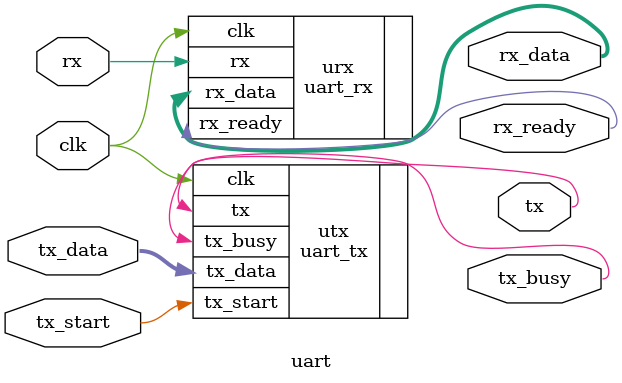
<source format=v>
/*
 *  icebreaker examples - Async uart mirror using pll
 *
 *  Copyright (C) 2018 Piotr Esden-Tempski <piotr@esden.net>
 *  Copyright (C) 2021 rj45 <github.com/rj45>
 *
 *  Permission to use, copy, modify, and/or distribute this software for any
 *  purpose with or without fee is hereby granted, provided that the above
 *  copyright notice and this permission notice appear in all copies.
 *
 *  THE SOFTWARE IS PROVIDED "AS IS" AND THE AUTHOR DISCLAIMS ALL WARRANTIES
 *  WITH REGARD TO THIS SOFTWARE INCLUDING ALL IMPLIED WARRANTIES OF
 *  MERCHANTABILITY AND FITNESS. IN NO EVENT SHALL THE AUTHOR BE LIABLE FOR
 *  ANY SPECIAL, DIRECT, INDIRECT, OR CONSEQUENTIAL DAMAGES OR ANY DAMAGES
 *  WHATSOEVER RESULTING FROM LOSS OF USE, DATA OR PROFITS, WHETHER IN AN
 *  ACTION OF CONTRACT, NEGLIGENCE OR OTHER TORTIOUS ACTION, ARISING OUT OF
 *  OR IN CONNECTION WITH THE USE OR PERFORMANCE OF THIS SOFTWARE.
 *
 */

`default_nettype none

module uart (
	input  clk,

  input  tx_start,
  input  [7:0] tx_data,
  output tx_busy,
  output tx,

  input  rx,
  output rx_ready,
  output [7:0] rx_data
);


/* local parameters */
// make sure this is the same as the
// "Achieved output frequency" in the `icepll` output
localparam clk_freq = 29_625_000; // 29.625 MHz
localparam baud = 115200;


/* instantiate the rx module */
uart_rx #(clk_freq, baud) urx (
	.clk(clk),
	.rx(rx),
	.rx_ready(rx_ready),
	.rx_data(rx_data)
);

/* instantiate the tx module */
uart_tx #(clk_freq, baud) utx (
	.clk(clk),
	.tx_start(tx_start),
	.tx_data(tx_data),
	.tx(tx),
	.tx_busy(tx_busy)
);

endmodule

</source>
